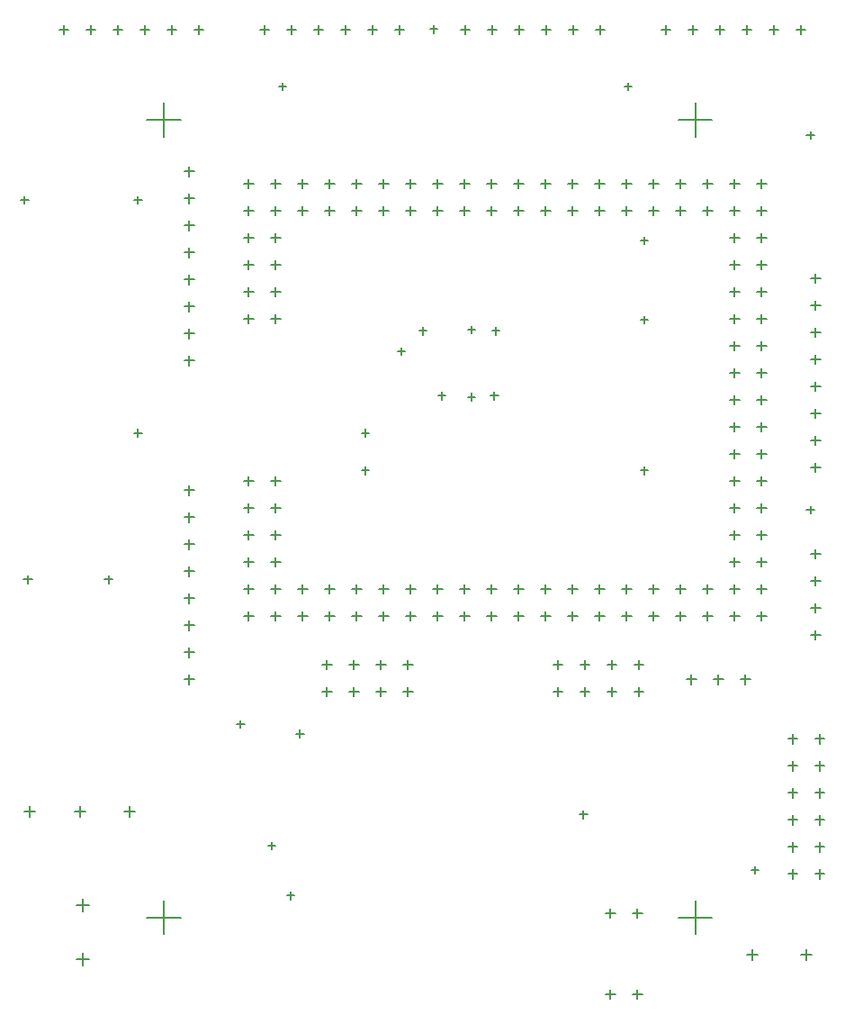
<source format=gbr>
%TF.GenerationSoftware,Altium Limited,Altium Designer,22.3.1 (43)*%
G04 Layer_Color=128*
%FSLAX26Y26*%
%MOIN*%
%TF.SameCoordinates,A6686B76-6886-4B69-866F-DC8958589E3E*%
%TF.FilePolarity,Positive*%
%TF.FileFunction,Drillmap*%
%TF.Part,Single*%
G01*
G75*
%TA.AperFunction,NonConductor*%
%ADD54C,0.005000*%
D54*
X2992284Y1440000D02*
X3027716D01*
X3010000Y1422284D02*
Y1457716D01*
X2992284Y1540000D02*
X3027716D01*
X3010000Y1522284D02*
Y1557716D01*
X2992284Y1640000D02*
X3027716D01*
X3010000Y1622284D02*
Y1657716D01*
X2992284Y1740000D02*
X3027716D01*
X3010000Y1722284D02*
Y1757716D01*
X75867Y1644999D02*
X107363D01*
X91615Y1629251D02*
Y1660747D01*
X375079Y1644999D02*
X406575D01*
X390827Y1629251D02*
Y1660747D01*
X672284Y1275000D02*
X707716D01*
X690000Y1257284D02*
Y1292716D01*
X672284Y1375000D02*
X707716D01*
X690000Y1357284D02*
Y1392716D01*
X672284Y1475000D02*
X707716D01*
X690000Y1457284D02*
Y1492716D01*
X672284Y1575000D02*
X707716D01*
X690000Y1557284D02*
Y1592716D01*
X672284Y1675000D02*
X707716D01*
X690000Y1657284D02*
Y1692716D01*
X672284Y1775000D02*
X707716D01*
X690000Y1757284D02*
Y1792716D01*
X672284Y1875000D02*
X707716D01*
X690000Y1857284D02*
Y1892716D01*
X672284Y1975000D02*
X707716D01*
X690000Y1957284D02*
Y1992716D01*
X2692284Y1610000D02*
X2727716D01*
X2710000Y1592284D02*
Y1627716D01*
X2692284Y1510000D02*
X2727716D01*
X2710000Y1492284D02*
Y1527716D01*
X2792284Y1610000D02*
X2827716D01*
X2810000Y1592284D02*
Y1627716D01*
X2792284Y1510000D02*
X2827716D01*
X2810000Y1492284D02*
Y1527716D01*
X2692284Y1710000D02*
X2727716D01*
X2710000Y1692284D02*
Y1727716D01*
X2792284Y1710000D02*
X2827716D01*
X2810000Y1692284D02*
Y1727716D01*
X2692284Y1810000D02*
X2727716D01*
X2710000Y1792284D02*
Y1827716D01*
X2792284Y1810000D02*
X2827716D01*
X2810000Y1792284D02*
Y1827716D01*
X2692284Y1910000D02*
X2727716D01*
X2710000Y1892284D02*
Y1927716D01*
X2792284Y1910000D02*
X2827716D01*
X2810000Y1892284D02*
Y1927716D01*
X2692284Y2010000D02*
X2727716D01*
X2710000Y1992284D02*
Y2027716D01*
X2792284Y2010000D02*
X2827716D01*
X2810000Y1992284D02*
Y2027716D01*
X2692284Y2110000D02*
X2727716D01*
X2710000Y2092284D02*
Y2127716D01*
X2792284Y2110000D02*
X2827716D01*
X2810000Y2092284D02*
Y2127716D01*
X2692284Y2210000D02*
X2727716D01*
X2710000Y2192284D02*
Y2227716D01*
X2792284Y2210000D02*
X2827716D01*
X2810000Y2192284D02*
Y2227716D01*
X2692284Y2310000D02*
X2727716D01*
X2710000Y2292284D02*
Y2327716D01*
X2792284Y2310000D02*
X2827716D01*
X2810000Y2292284D02*
Y2327716D01*
X2692284Y2410000D02*
X2727716D01*
X2710000Y2392284D02*
Y2427716D01*
X2792284Y2410000D02*
X2827716D01*
X2810000Y2392284D02*
Y2427716D01*
X2692284Y2510000D02*
X2727716D01*
X2710000Y2492284D02*
Y2527716D01*
X2792284Y2510000D02*
X2827716D01*
X2810000Y2492284D02*
Y2527716D01*
X2692284Y2610000D02*
X2727716D01*
X2710000Y2592284D02*
Y2627716D01*
X2792284Y2610000D02*
X2827716D01*
X2810000Y2592284D02*
Y2627716D01*
X2692284Y2710000D02*
X2727716D01*
X2710000Y2692284D02*
Y2727716D01*
X2792284Y2710000D02*
X2827716D01*
X2810000Y2692284D02*
Y2727716D01*
X2692284Y2810000D02*
X2727716D01*
X2710000Y2792284D02*
Y2827716D01*
X2792284Y2810000D02*
X2827716D01*
X2810000Y2792284D02*
Y2827716D01*
X2692284Y2910000D02*
X2727716D01*
X2710000Y2892284D02*
Y2927716D01*
X2792284Y2910000D02*
X2827716D01*
X2810000Y2892284D02*
Y2927716D01*
X2592284Y1510000D02*
X2627716D01*
X2610000Y1492284D02*
Y1527716D01*
X2592284Y1610000D02*
X2627716D01*
X2610000Y1592284D02*
Y1627716D01*
X2492284Y1510000D02*
X2527716D01*
X2510000Y1492284D02*
Y1527716D01*
X2492284Y1610000D02*
X2527716D01*
X2510000Y1592284D02*
Y1627716D01*
X2392284Y1510000D02*
X2427716D01*
X2410000Y1492284D02*
Y1527716D01*
X2392284Y1610000D02*
X2427716D01*
X2410000Y1592284D02*
Y1627716D01*
X2292284Y1510000D02*
X2327716D01*
X2310000Y1492284D02*
Y1527716D01*
X2292284Y1610000D02*
X2327716D01*
X2310000Y1592284D02*
Y1627716D01*
X2192284Y1510000D02*
X2227716D01*
X2210000Y1492284D02*
Y1527716D01*
X2192284Y1610000D02*
X2227716D01*
X2210000Y1592284D02*
Y1627716D01*
X2092284Y1510000D02*
X2127716D01*
X2110000Y1492284D02*
Y1527716D01*
X2092284Y1610000D02*
X2127716D01*
X2110000Y1592284D02*
Y1627716D01*
X1992284Y1510000D02*
X2027716D01*
X2010000Y1492284D02*
Y1527716D01*
X1992284Y1610000D02*
X2027716D01*
X2010000Y1592284D02*
Y1627716D01*
X1892284Y1510000D02*
X1927716D01*
X1910000Y1492284D02*
Y1527716D01*
X1892284Y1610000D02*
X1927716D01*
X1910000Y1592284D02*
Y1627716D01*
X1792284Y1510000D02*
X1827716D01*
X1810000Y1492284D02*
Y1527716D01*
X1792284Y1610000D02*
X1827716D01*
X1810000Y1592284D02*
Y1627716D01*
X1692284Y1510000D02*
X1727716D01*
X1710000Y1492284D02*
Y1527716D01*
X1692284Y1610000D02*
X1727716D01*
X1710000Y1592284D02*
Y1627716D01*
X2492284Y3010000D02*
X2527716D01*
X2510000Y2992284D02*
Y3027716D01*
X2492284Y3110000D02*
X2527716D01*
X2510000Y3092284D02*
Y3127716D01*
X2592284Y3010000D02*
X2627716D01*
X2610000Y2992284D02*
Y3027716D01*
X2592284Y3110000D02*
X2627716D01*
X2610000Y3092284D02*
Y3127716D01*
X2692284Y3010000D02*
X2727716D01*
X2710000Y2992284D02*
Y3027716D01*
X2792284Y3010000D02*
X2827716D01*
X2810000Y2992284D02*
Y3027716D01*
X2692284Y3110000D02*
X2727716D01*
X2710000Y3092284D02*
Y3127716D01*
X2792284Y3110000D02*
X2827716D01*
X2810000Y3092284D02*
Y3127716D01*
X1592284Y1510000D02*
X1627716D01*
X1610000Y1492284D02*
Y1527716D01*
X1592284Y1610000D02*
X1627716D01*
X1610000Y1592284D02*
Y1627716D01*
X1492284Y1510000D02*
X1527716D01*
X1510000Y1492284D02*
Y1527716D01*
X1492284Y1610000D02*
X1527716D01*
X1510000Y1592284D02*
Y1627716D01*
X1392284Y1510000D02*
X1427716D01*
X1410000Y1492284D02*
Y1527716D01*
X1392284Y1610000D02*
X1427716D01*
X1410000Y1592284D02*
Y1627716D01*
X1292284Y1510000D02*
X1327716D01*
X1310000Y1492284D02*
Y1527716D01*
X1292284Y1610000D02*
X1327716D01*
X1310000Y1592284D02*
Y1627716D01*
X1192284Y1510000D02*
X1227716D01*
X1210000Y1492284D02*
Y1527716D01*
X1192284Y1610000D02*
X1227716D01*
X1210000Y1592284D02*
Y1627716D01*
X1092284Y1510000D02*
X1127716D01*
X1110000Y1492284D02*
Y1527716D01*
X1092284Y1610000D02*
X1127716D01*
X1110000Y1592284D02*
Y1627716D01*
X992284Y1510000D02*
X1027716D01*
X1010000Y1492284D02*
Y1527716D01*
X992284Y1610000D02*
X1027716D01*
X1010000Y1592284D02*
Y1627716D01*
X892284Y1510000D02*
X927716D01*
X910000Y1492284D02*
Y1527716D01*
X892284Y1610000D02*
X927716D01*
X910000Y1592284D02*
Y1627716D01*
X892284Y1710000D02*
X927716D01*
X910000Y1692284D02*
Y1727716D01*
X992284Y1710000D02*
X1027716D01*
X1010000Y1692284D02*
Y1727716D01*
X892284Y1810000D02*
X927716D01*
X910000Y1792284D02*
Y1827716D01*
X992284Y1810000D02*
X1027716D01*
X1010000Y1792284D02*
Y1827716D01*
X892284Y1910000D02*
X927716D01*
X910000Y1892284D02*
Y1927716D01*
X992284Y1910000D02*
X1027716D01*
X1010000Y1892284D02*
Y1927716D01*
X892284Y2010000D02*
X927716D01*
X910000Y1992284D02*
Y2027716D01*
X992284Y2010000D02*
X1027716D01*
X1010000Y1992284D02*
Y2027716D01*
X992284Y2610000D02*
X1027716D01*
X1010000Y2592284D02*
Y2627716D01*
X892284Y2610000D02*
X927716D01*
X910000Y2592284D02*
Y2627716D01*
X992284Y2710000D02*
X1027716D01*
X1010000Y2692284D02*
Y2727716D01*
X892284Y2710000D02*
X927716D01*
X910000Y2692284D02*
Y2727716D01*
X992284Y2810000D02*
X1027716D01*
X1010000Y2792284D02*
Y2827716D01*
X892284Y2810000D02*
X927716D01*
X910000Y2792284D02*
Y2827716D01*
X992284Y2910000D02*
X1027716D01*
X1010000Y2892284D02*
Y2927716D01*
X892284Y2910000D02*
X927716D01*
X910000Y2892284D02*
Y2927716D01*
X892284Y3010000D02*
X927716D01*
X910000Y2992284D02*
Y3027716D01*
X892284Y3110000D02*
X927716D01*
X910000Y3092284D02*
Y3127716D01*
X992284Y3010000D02*
X1027716D01*
X1010000Y2992284D02*
Y3027716D01*
X992284Y3110000D02*
X1027716D01*
X1010000Y3092284D02*
Y3127716D01*
X1092284Y3010000D02*
X1127716D01*
X1110000Y2992284D02*
Y3027716D01*
X1092284Y3110000D02*
X1127716D01*
X1110000Y3092284D02*
Y3127716D01*
X1192284Y3010000D02*
X1227716D01*
X1210000Y2992284D02*
Y3027716D01*
X1192284Y3110000D02*
X1227716D01*
X1210000Y3092284D02*
Y3127716D01*
X1292284Y3010000D02*
X1327716D01*
X1310000Y2992284D02*
Y3027716D01*
X1292284Y3110000D02*
X1327716D01*
X1310000Y3092284D02*
Y3127716D01*
X1392284Y3010000D02*
X1427716D01*
X1410000Y2992284D02*
Y3027716D01*
X1392284Y3110000D02*
X1427716D01*
X1410000Y3092284D02*
Y3127716D01*
X1492284Y3010000D02*
X1527716D01*
X1510000Y2992284D02*
Y3027716D01*
X1492284Y3110000D02*
X1527716D01*
X1510000Y3092284D02*
Y3127716D01*
X1592284Y3010000D02*
X1627716D01*
X1610000Y2992284D02*
Y3027716D01*
X1592284Y3110000D02*
X1627716D01*
X1610000Y3092284D02*
Y3127716D01*
X1692284Y3010000D02*
X1727716D01*
X1710000Y2992284D02*
Y3027716D01*
X1692284Y3110000D02*
X1727716D01*
X1710000Y3092284D02*
Y3127716D01*
X1792284Y3010000D02*
X1827716D01*
X1810000Y2992284D02*
Y3027716D01*
X1792284Y3110000D02*
X1827716D01*
X1810000Y3092284D02*
Y3127716D01*
X1892284Y3010000D02*
X1927716D01*
X1910000Y2992284D02*
Y3027716D01*
X1892284Y3110000D02*
X1927716D01*
X1910000Y3092284D02*
Y3127716D01*
X1992284Y3010000D02*
X2027716D01*
X2010000Y2992284D02*
Y3027716D01*
X1992284Y3110000D02*
X2027716D01*
X2010000Y3092284D02*
Y3127716D01*
X2092284Y3010000D02*
X2127716D01*
X2110000Y2992284D02*
Y3027716D01*
X2092284Y3110000D02*
X2127716D01*
X2110000Y3092284D02*
Y3127716D01*
X2192284Y3010000D02*
X2227716D01*
X2210000Y2992284D02*
Y3027716D01*
X2192284Y3110000D02*
X2227716D01*
X2210000Y3092284D02*
Y3127716D01*
X2292284Y3010000D02*
X2327716D01*
X2310000Y2992284D02*
Y3027716D01*
X2292284Y3110000D02*
X2327716D01*
X2310000Y3092284D02*
Y3127716D01*
X2392284Y3010000D02*
X2427716D01*
X2410000Y2992284D02*
Y3027716D01*
X2392284Y3110000D02*
X2427716D01*
X2410000Y3092284D02*
Y3127716D01*
X207284Y3680000D02*
X242716D01*
X225000Y3662284D02*
Y3697716D01*
X707284Y3680000D02*
X742716D01*
X725000Y3662284D02*
Y3697716D01*
X607284Y3680000D02*
X642716D01*
X625000Y3662284D02*
Y3697716D01*
X507284Y3680000D02*
X542716D01*
X525000Y3662284D02*
Y3697716D01*
X407284Y3680000D02*
X442716D01*
X425000Y3662284D02*
Y3697716D01*
X307284Y3680000D02*
X342716D01*
X325000Y3662284D02*
Y3697716D01*
X950617Y3680000D02*
X986051D01*
X968334Y3662284D02*
Y3697716D01*
X1450618Y3680000D02*
X1486051D01*
X1468334Y3662284D02*
Y3697716D01*
X1350618Y3680000D02*
X1386051D01*
X1368334Y3662284D02*
Y3697716D01*
X1250618Y3680000D02*
X1286051D01*
X1268334Y3662284D02*
Y3697716D01*
X1150618Y3680000D02*
X1186051D01*
X1168334Y3662284D02*
Y3697716D01*
X1050618Y3680000D02*
X1086051D01*
X1068334Y3662284D02*
Y3697716D01*
X1693949Y3680000D02*
X1729382D01*
X1711666Y3662284D02*
Y3697716D01*
X2193950Y3680000D02*
X2229383D01*
X2211666Y3662284D02*
Y3697716D01*
X2093950Y3680000D02*
X2129383D01*
X2111666Y3662284D02*
Y3697716D01*
X1993949Y3680000D02*
X2029382D01*
X2011666Y3662284D02*
Y3697716D01*
X1893949Y3680000D02*
X1929382D01*
X1911666Y3662284D02*
Y3697716D01*
X1793949Y3680000D02*
X1829382D01*
X1811666Y3662284D02*
Y3697716D01*
X2437284Y3680000D02*
X2472716D01*
X2455000Y3662284D02*
Y3697716D01*
X2937284Y3680000D02*
X2972716D01*
X2955000Y3662284D02*
Y3697716D01*
X2837284Y3680000D02*
X2872716D01*
X2855000Y3662284D02*
Y3697716D01*
X2737284Y3680000D02*
X2772716D01*
X2755000Y3662284D02*
Y3697716D01*
X2637284Y3680000D02*
X2672716D01*
X2655000Y3662284D02*
Y3697716D01*
X2537284Y3680000D02*
X2572716D01*
X2555000Y3662284D02*
Y3697716D01*
X2732284Y1275000D02*
X2767716D01*
X2750000Y1257284D02*
Y1292716D01*
X2632284Y1275000D02*
X2667716D01*
X2650000Y1257284D02*
Y1292716D01*
X2532284Y1275000D02*
X2567716D01*
X2550000Y1257284D02*
Y1292716D01*
X672284Y2455000D02*
X707716D01*
X690000Y2437284D02*
Y2472716D01*
X672284Y2555000D02*
X707716D01*
X690000Y2537284D02*
Y2572716D01*
X672284Y2655000D02*
X707716D01*
X690000Y2637284D02*
Y2672716D01*
X672284Y2755000D02*
X707716D01*
X690000Y2737284D02*
Y2772716D01*
X672284Y2855000D02*
X707716D01*
X690000Y2837284D02*
Y2872716D01*
X672284Y2955000D02*
X707716D01*
X690000Y2937284D02*
Y2972716D01*
X672284Y3055000D02*
X707716D01*
X690000Y3037284D02*
Y3072716D01*
X672284Y3155000D02*
X707716D01*
X690000Y3137284D02*
Y3172716D01*
X2992284Y2060000D02*
X3027716D01*
X3010000Y2042284D02*
Y2077716D01*
X2992284Y2160000D02*
X3027716D01*
X3010000Y2142284D02*
Y2177716D01*
X2992284Y2260000D02*
X3027716D01*
X3010000Y2242284D02*
Y2277716D01*
X2992284Y2360000D02*
X3027716D01*
X3010000Y2342284D02*
Y2377716D01*
X2992284Y2460000D02*
X3027716D01*
X3010000Y2442284D02*
Y2477716D01*
X2992284Y2560000D02*
X3027716D01*
X3010000Y2542284D02*
Y2577716D01*
X2992284Y2660000D02*
X3027716D01*
X3010000Y2642284D02*
Y2677716D01*
X2992284Y2760000D02*
X3027716D01*
X3010000Y2742284D02*
Y2777716D01*
X2502204Y3346456D02*
X2627204D01*
X2564704Y3283956D02*
Y3408956D01*
X533700Y3346456D02*
X658700D01*
X596200Y3283956D02*
Y3408956D01*
X2907284Y1055000D02*
X2942716D01*
X2925000Y1037284D02*
Y1072716D01*
X3007284Y1055000D02*
X3042716D01*
X3025000Y1037284D02*
Y1072716D01*
X2907284Y955000D02*
X2942716D01*
X2925000Y937284D02*
Y972716D01*
X3007284Y955000D02*
X3042716D01*
X3025000Y937284D02*
Y972716D01*
X2907284Y855000D02*
X2942716D01*
X2925000Y837284D02*
Y872716D01*
X3007284Y855000D02*
X3042716D01*
X3025000Y837284D02*
Y872716D01*
X2907284Y755000D02*
X2942716D01*
X2925000Y737284D02*
Y772716D01*
X3007284Y755000D02*
X3042716D01*
X3025000Y737284D02*
Y772716D01*
X2907284Y655000D02*
X2942716D01*
X2925000Y637284D02*
Y672716D01*
X3007284Y655000D02*
X3042716D01*
X3025000Y637284D02*
Y672716D01*
X2907284Y555000D02*
X2942716D01*
X2925000Y537284D02*
Y572716D01*
X3007284Y555000D02*
X3042716D01*
X3025000Y537284D02*
Y572716D01*
X2332284Y410000D02*
X2367716D01*
X2350000Y392284D02*
Y427716D01*
X2232284Y410000D02*
X2267716D01*
X2250000Y392284D02*
Y427716D01*
X2332284Y110000D02*
X2367716D01*
X2350000Y92284D02*
Y127716D01*
X2232284Y110000D02*
X2267716D01*
X2250000Y92284D02*
Y127716D01*
X80315Y785000D02*
X119685D01*
X100000Y765315D02*
Y804685D01*
X265355Y785000D02*
X304725D01*
X285040Y765315D02*
Y804685D01*
X450395Y785000D02*
X489765D01*
X470080Y765315D02*
Y804685D01*
X2502204Y393700D02*
X2627204D01*
X2564704Y331200D02*
Y456200D01*
X533700Y393700D02*
X658700D01*
X596200Y331200D02*
Y456200D01*
X271378Y440000D02*
X318622D01*
X295000Y416378D02*
Y463622D01*
X271378Y240000D02*
X318622D01*
X295000Y216378D02*
Y263622D01*
X2755315Y255000D02*
X2794685D01*
X2775000Y235315D02*
Y274685D01*
X2955315Y255000D02*
X2994685D01*
X2975000Y235315D02*
Y274685D01*
X1182284Y1230000D02*
X1217716D01*
X1200000Y1212284D02*
Y1247716D01*
X1182284Y1330000D02*
X1217716D01*
X1200000Y1312284D02*
Y1347716D01*
X1282284Y1230000D02*
X1317716D01*
X1300000Y1212284D02*
Y1247716D01*
X1282284Y1330000D02*
X1317716D01*
X1300000Y1312284D02*
Y1347716D01*
X1382284Y1230000D02*
X1417716D01*
X1400000Y1212284D02*
Y1247716D01*
X1382284Y1330000D02*
X1417716D01*
X1400000Y1312284D02*
Y1347716D01*
X1482284Y1330000D02*
X1517716D01*
X1500000Y1312284D02*
Y1347716D01*
X1482284Y1230000D02*
X1517716D01*
X1500000Y1212284D02*
Y1247716D01*
X2037284Y1230000D02*
X2072716D01*
X2055000Y1212284D02*
Y1247716D01*
X2037284Y1330000D02*
X2072716D01*
X2055000Y1312284D02*
Y1347716D01*
X2137284Y1230000D02*
X2172716D01*
X2155000Y1212284D02*
Y1247716D01*
X2137284Y1330000D02*
X2172716D01*
X2155000Y1312284D02*
Y1347716D01*
X2237284Y1230000D02*
X2272716D01*
X2255000Y1212284D02*
Y1247716D01*
X2237284Y1330000D02*
X2272716D01*
X2255000Y1312284D02*
Y1347716D01*
X2337284Y1330000D02*
X2372716D01*
X2355000Y1312284D02*
Y1347716D01*
X2337284Y1230000D02*
X2372716D01*
X2355000Y1212284D02*
Y1247716D01*
X2976617Y1903235D02*
X3004617D01*
X2990617Y1889235D02*
Y1917235D01*
X2136000Y775000D02*
X2164000D01*
X2150000Y761000D02*
Y789000D01*
X2301000Y3470000D02*
X2329000D01*
X2315000Y3456000D02*
Y3484000D01*
X1581641Y3681618D02*
X1609641D01*
X1595641Y3667618D02*
Y3695618D01*
X1021000Y3470000D02*
X1049000D01*
X1035000Y3456000D02*
Y3484000D01*
X66000Y3050000D02*
X94000D01*
X80000Y3036000D02*
Y3064000D01*
X485993Y2187170D02*
X513992D01*
X499993Y2173170D02*
Y2201170D01*
X1086466Y1073919D02*
X1114466D01*
X1100466Y1059919D02*
Y1087919D01*
X2976617Y3290000D02*
X3004617D01*
X2990617Y3276000D02*
Y3304000D01*
X2361000Y2047854D02*
X2389000D01*
X2375000Y2033854D02*
Y2061854D01*
X1327596Y2047854D02*
X1355596D01*
X1341596Y2033854D02*
Y2061854D01*
X2361000Y2900000D02*
X2389000D01*
X2375000Y2886000D02*
Y2914000D01*
X485993Y3050000D02*
X513992D01*
X499993Y3036000D02*
Y3064000D01*
X866000Y1110000D02*
X894000D01*
X880000Y1096000D02*
Y1124000D01*
X2361000Y2605558D02*
X2389000D01*
X2375000Y2591558D02*
Y2619558D01*
X1327596Y2187170D02*
X1355596D01*
X1341596Y2173170D02*
Y2201170D01*
X1051000Y475000D02*
X1079000D01*
X1065000Y461000D02*
Y489000D01*
X2771000Y570000D02*
X2799000D01*
X2785000Y556000D02*
Y584000D01*
X1461000Y2490000D02*
X1489000D01*
X1475000Y2476000D02*
Y2504000D01*
X1721000Y2570000D02*
X1749000D01*
X1735000Y2556000D02*
Y2584000D01*
X1541000Y2565000D02*
X1569000D01*
X1555000Y2551000D02*
Y2579000D01*
X1811000Y2565000D02*
X1839000D01*
X1825000Y2551000D02*
Y2579000D01*
X1806000Y2325000D02*
X1834000D01*
X1820000Y2311000D02*
Y2339000D01*
X1722506Y2321046D02*
X1750506D01*
X1736506Y2307046D02*
Y2335046D01*
X1611000Y2325104D02*
X1639000D01*
X1625000Y2311104D02*
Y2339104D01*
X981000Y660000D02*
X1009000D01*
X995000Y646000D02*
Y674000D01*
%TF.MD5,4658a3be666f0ed724c729baadc902a7*%
M02*

</source>
